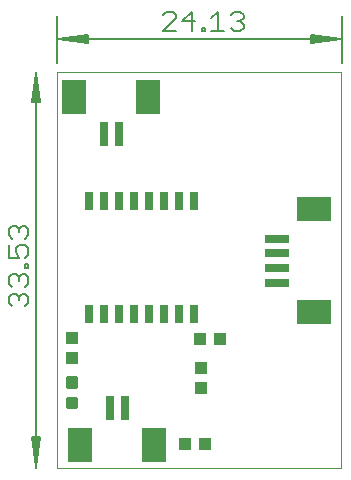
<source format=gtp>
G75*
%MOIN*%
%OFA0B0*%
%FSLAX25Y25*%
%IPPOS*%
%LPD*%
%AMOC8*
5,1,8,0,0,1.08239X$1,22.5*
%
%ADD10C,0.00000*%
%ADD11C,0.00512*%
%ADD12C,0.00600*%
%ADD13R,0.03000X0.06000*%
%ADD14C,0.01181*%
%ADD15R,0.03937X0.04331*%
%ADD16R,0.03150X0.07874*%
%ADD17R,0.08268X0.11811*%
%ADD18R,0.07874X0.03150*%
%ADD19R,0.11811X0.08268*%
%ADD20R,0.04331X0.03937*%
D10*
X0019595Y0008986D02*
X0019595Y0140946D01*
X0114296Y0140946D01*
X0114296Y0008986D01*
X0019595Y0008986D01*
D11*
X0012595Y0008986D02*
X0012595Y0008986D01*
X0012595Y0009241D02*
X0013619Y0019222D01*
X0013852Y0019222D02*
X0012595Y0009241D01*
X0011572Y0019222D01*
X0011338Y0019222D02*
X0013852Y0019222D01*
X0013107Y0019222D02*
X0012595Y0009241D01*
X0012083Y0019222D01*
X0011338Y0019222D02*
X0012595Y0009241D01*
X0012595Y0140730D01*
X0013619Y0130749D01*
X0013852Y0130749D02*
X0012595Y0140730D01*
X0011572Y0130749D01*
X0011338Y0130749D02*
X0013852Y0130749D01*
X0013107Y0130749D02*
X0012595Y0140730D01*
X0012083Y0130749D01*
X0011338Y0130749D02*
X0012595Y0140730D01*
X0012595Y0140986D02*
X0012595Y0140986D01*
X0019595Y0143986D02*
X0019595Y0159663D01*
X0019851Y0151986D02*
X0029831Y0150962D01*
X0029831Y0150729D02*
X0019851Y0151986D01*
X0029831Y0153009D01*
X0029831Y0153242D02*
X0029831Y0150729D01*
X0029831Y0151474D02*
X0019851Y0151986D01*
X0029831Y0152497D01*
X0029831Y0153242D02*
X0019851Y0151986D01*
X0114339Y0151986D01*
X0104359Y0150962D01*
X0104359Y0150729D02*
X0114339Y0151986D01*
X0104359Y0153009D01*
X0104359Y0153242D02*
X0104359Y0150729D01*
X0104359Y0151474D02*
X0114339Y0151986D01*
X0104359Y0152497D01*
X0104359Y0153242D02*
X0114339Y0151986D01*
X0114595Y0159663D02*
X0114595Y0143986D01*
D12*
X0081750Y0155615D02*
X0080682Y0154547D01*
X0078547Y0154547D01*
X0077479Y0155615D01*
X0075304Y0154547D02*
X0071034Y0154547D01*
X0073169Y0154547D02*
X0073169Y0160953D01*
X0071034Y0158818D01*
X0068879Y0155615D02*
X0068879Y0154547D01*
X0067811Y0154547D01*
X0067811Y0155615D01*
X0068879Y0155615D01*
X0065636Y0157750D02*
X0061366Y0157750D01*
X0064568Y0160953D01*
X0064568Y0154547D01*
X0059190Y0154547D02*
X0054920Y0154547D01*
X0059190Y0158818D01*
X0059190Y0159885D01*
X0058123Y0160953D01*
X0055988Y0160953D01*
X0054920Y0159885D01*
X0077479Y0159885D02*
X0078547Y0160953D01*
X0080682Y0160953D01*
X0081750Y0159885D01*
X0081750Y0158818D01*
X0080682Y0157750D01*
X0081750Y0156683D01*
X0081750Y0155615D01*
X0080682Y0157750D02*
X0079614Y0157750D01*
X0010033Y0088572D02*
X0010033Y0086437D01*
X0008966Y0085370D01*
X0008966Y0083194D02*
X0010033Y0082127D01*
X0010033Y0079992D01*
X0008966Y0078924D01*
X0008966Y0076769D02*
X0010033Y0076769D01*
X0010033Y0075701D01*
X0008966Y0075701D01*
X0008966Y0076769D01*
X0006831Y0078924D02*
X0005763Y0081059D01*
X0005763Y0082127D01*
X0006831Y0083194D01*
X0008966Y0083194D01*
X0006831Y0078924D02*
X0003628Y0078924D01*
X0003628Y0083194D01*
X0004695Y0085370D02*
X0003628Y0086437D01*
X0003628Y0088572D01*
X0004695Y0089640D01*
X0005763Y0089640D01*
X0006831Y0088572D01*
X0007898Y0089640D01*
X0008966Y0089640D01*
X0010033Y0088572D01*
X0006831Y0088572D02*
X0006831Y0087505D01*
X0007898Y0073526D02*
X0006831Y0072459D01*
X0006831Y0071391D01*
X0006831Y0072459D02*
X0005763Y0073526D01*
X0004695Y0073526D01*
X0003628Y0072459D01*
X0003628Y0070323D01*
X0004695Y0069256D01*
X0004695Y0067081D02*
X0003628Y0066013D01*
X0003628Y0063878D01*
X0004695Y0062810D01*
X0006831Y0064946D02*
X0006831Y0066013D01*
X0007898Y0067081D01*
X0008966Y0067081D01*
X0010033Y0066013D01*
X0010033Y0063878D01*
X0008966Y0062810D01*
X0006831Y0066013D02*
X0005763Y0067081D01*
X0004695Y0067081D01*
X0008966Y0069256D02*
X0010033Y0070323D01*
X0010033Y0072459D01*
X0008966Y0073526D01*
X0007898Y0073526D01*
D13*
X0030095Y0060186D03*
X0035095Y0060186D03*
X0040095Y0060186D03*
X0045095Y0060186D03*
X0050095Y0060186D03*
X0055095Y0060186D03*
X0060095Y0060186D03*
X0065095Y0060186D03*
X0065095Y0097786D03*
X0060095Y0097786D03*
X0055095Y0097786D03*
X0050095Y0097786D03*
X0045095Y0097786D03*
X0040095Y0097786D03*
X0035095Y0097786D03*
X0030095Y0097786D03*
D14*
X0025973Y0038816D02*
X0023217Y0038816D01*
X0025973Y0038816D02*
X0025973Y0036060D01*
X0023217Y0036060D01*
X0023217Y0038816D01*
X0023217Y0037240D02*
X0025973Y0037240D01*
X0025973Y0038420D02*
X0023217Y0038420D01*
X0023217Y0031911D02*
X0025973Y0031911D01*
X0025973Y0029155D01*
X0023217Y0029155D01*
X0023217Y0031911D01*
X0023217Y0030335D02*
X0025973Y0030335D01*
X0025973Y0031515D02*
X0023217Y0031515D01*
D15*
X0024595Y0045639D03*
X0024595Y0052332D03*
X0067595Y0042332D03*
X0067595Y0035639D03*
D16*
X0042056Y0028828D03*
X0037135Y0028828D03*
X0035135Y0120143D03*
X0040056Y0120143D03*
D17*
X0049898Y0132446D03*
X0025292Y0132446D03*
X0027292Y0016525D03*
X0051898Y0016525D03*
D18*
X0092753Y0070604D03*
X0092753Y0075525D03*
X0092753Y0080446D03*
X0092753Y0085367D03*
D19*
X0105056Y0095210D03*
X0105056Y0060761D03*
D20*
X0073942Y0051986D03*
X0067249Y0051986D03*
X0068942Y0016986D03*
X0062249Y0016986D03*
M02*

</source>
